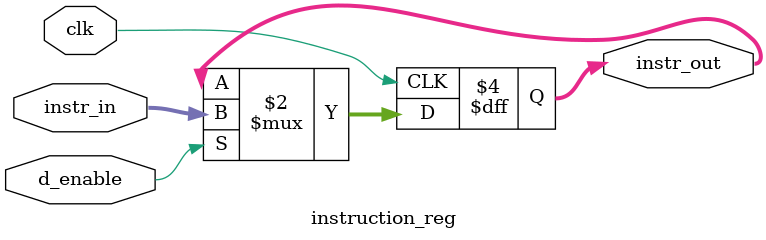
<source format=v>
module instruction_reg(d_enable, clk, instr_in, instr_out);
input d_enable, clk;
input [15:0] instr_in;
output reg [15:0] instr_out;

    always @ (negedge clk)
        if (d_enable) 
        begin
            instr_out <= instr_in;
        end
endmodule 
</source>
